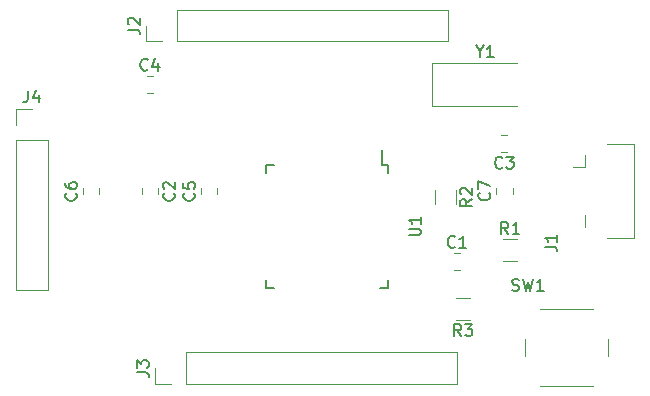
<source format=gbr>
G04 #@! TF.GenerationSoftware,KiCad,Pcbnew,5.0.2+dfsg1-1*
G04 #@! TF.CreationDate,2019-09-12T15:29:43-03:00*
G04 #@! TF.ProjectId,projeto1,70726f6a-6574-46f3-912e-6b696361645f,rev?*
G04 #@! TF.SameCoordinates,Original*
G04 #@! TF.FileFunction,Legend,Top*
G04 #@! TF.FilePolarity,Positive*
%FSLAX46Y46*%
G04 Gerber Fmt 4.6, Leading zero omitted, Abs format (unit mm)*
G04 Created by KiCad (PCBNEW 5.0.2+dfsg1-1) date qui 12 set 2019 15:29:43 -03*
%MOMM*%
%LPD*%
G01*
G04 APERTURE LIST*
%ADD10C,0.120000*%
%ADD11C,0.100000*%
%ADD12C,0.150000*%
G04 APERTURE END LIST*
D10*
G04 #@! TO.C,SW1*
X116000000Y-93500000D02*
X120500000Y-93500000D01*
X114750000Y-89500000D02*
X114750000Y-91000000D01*
X120500000Y-87000000D02*
X116000000Y-87000000D01*
X121750000Y-91000000D02*
X121750000Y-89500000D01*
G04 #@! TO.C,C2*
X83710000Y-76763748D02*
X83710000Y-77286252D01*
X82290000Y-76763748D02*
X82290000Y-77286252D01*
G04 #@! TO.C,C3*
X113261252Y-72290000D02*
X112738748Y-72290000D01*
X113261252Y-73710000D02*
X112738748Y-73710000D01*
G04 #@! TO.C,C4*
X82713748Y-67290000D02*
X83236252Y-67290000D01*
X82713748Y-68710000D02*
X83236252Y-68710000D01*
G04 #@! TO.C,C5*
X88710000Y-77286252D02*
X88710000Y-76763748D01*
X87290000Y-77286252D02*
X87290000Y-76763748D01*
G04 #@! TO.C,C6*
X77290000Y-77286252D02*
X77290000Y-76763748D01*
X78710000Y-77286252D02*
X78710000Y-76763748D01*
G04 #@! TO.C,C7*
X113710000Y-77261252D02*
X113710000Y-76738748D01*
X112290000Y-77261252D02*
X112290000Y-76738748D01*
G04 #@! TO.C,C1*
X108713748Y-82290000D02*
X109236252Y-82290000D01*
X108713748Y-83710000D02*
X109236252Y-83710000D01*
G04 #@! TO.C,J4*
X71670000Y-85410000D02*
X74330000Y-85410000D01*
X71670000Y-72650000D02*
X71670000Y-85410000D01*
X74330000Y-72650000D02*
X74330000Y-85410000D01*
X71670000Y-72650000D02*
X74330000Y-72650000D01*
X71670000Y-71380000D02*
X71670000Y-70050000D01*
X71670000Y-70050000D02*
X73000000Y-70050000D01*
G04 #@! TO.C,J3*
X83430000Y-93330000D02*
X83430000Y-92000000D01*
X84760000Y-93330000D02*
X83430000Y-93330000D01*
X86030000Y-93330000D02*
X86030000Y-90670000D01*
X86030000Y-90670000D02*
X108950000Y-90670000D01*
X86030000Y-93330000D02*
X108950000Y-93330000D01*
X108950000Y-93330000D02*
X108950000Y-90670000D01*
G04 #@! TO.C,J2*
X108190000Y-64330000D02*
X108190000Y-61670000D01*
X85270000Y-64330000D02*
X108190000Y-64330000D01*
X85270000Y-61670000D02*
X108190000Y-61670000D01*
X85270000Y-64330000D02*
X85270000Y-61670000D01*
X84000000Y-64330000D02*
X82670000Y-64330000D01*
X82670000Y-64330000D02*
X82670000Y-63000000D01*
D11*
G04 #@! TO.C,J1*
X119850000Y-74950000D02*
X119850000Y-73950000D01*
X118800000Y-74950000D02*
X119850000Y-74950000D01*
X119861461Y-79064476D02*
X119861461Y-80064476D01*
X121650000Y-80950000D02*
X123950000Y-80950000D01*
X123950000Y-80950000D02*
X123950000Y-73050000D01*
X123950000Y-73050000D02*
X121650000Y-73050000D01*
D10*
G04 #@! TO.C,Y1*
X114100000Y-66200000D02*
X106850000Y-66200000D01*
X106850000Y-66200000D02*
X106850000Y-69800000D01*
X106850000Y-69800000D02*
X114100000Y-69800000D01*
D12*
G04 #@! TO.C,U1*
X103175000Y-74825000D02*
X102600000Y-74825000D01*
X103175000Y-85175000D02*
X102500000Y-85175000D01*
X92825000Y-85175000D02*
X93500000Y-85175000D01*
X92825000Y-74825000D02*
X93500000Y-74825000D01*
X103175000Y-74825000D02*
X103175000Y-75500000D01*
X92825000Y-74825000D02*
X92825000Y-75500000D01*
X92825000Y-85175000D02*
X92825000Y-84500000D01*
X103175000Y-85175000D02*
X103175000Y-84500000D01*
X102600000Y-74825000D02*
X102600000Y-73550000D01*
D10*
G04 #@! TO.C,R3*
X110114564Y-87910000D02*
X108910436Y-87910000D01*
X110114564Y-86090000D02*
X108910436Y-86090000D01*
G04 #@! TO.C,R1*
X112885436Y-82910000D02*
X114089564Y-82910000D01*
X112885436Y-81090000D02*
X114089564Y-81090000D01*
G04 #@! TO.C,R2*
X108910000Y-76910436D02*
X108910000Y-78114564D01*
X107090000Y-76910436D02*
X107090000Y-78114564D01*
G04 #@! TO.C,SW1*
D12*
X113666666Y-85404761D02*
X113809523Y-85452380D01*
X114047619Y-85452380D01*
X114142857Y-85404761D01*
X114190476Y-85357142D01*
X114238095Y-85261904D01*
X114238095Y-85166666D01*
X114190476Y-85071428D01*
X114142857Y-85023809D01*
X114047619Y-84976190D01*
X113857142Y-84928571D01*
X113761904Y-84880952D01*
X113714285Y-84833333D01*
X113666666Y-84738095D01*
X113666666Y-84642857D01*
X113714285Y-84547619D01*
X113761904Y-84500000D01*
X113857142Y-84452380D01*
X114095238Y-84452380D01*
X114238095Y-84500000D01*
X114571428Y-84452380D02*
X114809523Y-85452380D01*
X115000000Y-84738095D01*
X115190476Y-85452380D01*
X115428571Y-84452380D01*
X116333333Y-85452380D02*
X115761904Y-85452380D01*
X116047619Y-85452380D02*
X116047619Y-84452380D01*
X115952380Y-84595238D01*
X115857142Y-84690476D01*
X115761904Y-84738095D01*
G04 #@! TO.C,C2*
X85007142Y-77191666D02*
X85054761Y-77239285D01*
X85102380Y-77382142D01*
X85102380Y-77477380D01*
X85054761Y-77620238D01*
X84959523Y-77715476D01*
X84864285Y-77763095D01*
X84673809Y-77810714D01*
X84530952Y-77810714D01*
X84340476Y-77763095D01*
X84245238Y-77715476D01*
X84150000Y-77620238D01*
X84102380Y-77477380D01*
X84102380Y-77382142D01*
X84150000Y-77239285D01*
X84197619Y-77191666D01*
X84197619Y-76810714D02*
X84150000Y-76763095D01*
X84102380Y-76667857D01*
X84102380Y-76429761D01*
X84150000Y-76334523D01*
X84197619Y-76286904D01*
X84292857Y-76239285D01*
X84388095Y-76239285D01*
X84530952Y-76286904D01*
X85102380Y-76858333D01*
X85102380Y-76239285D01*
G04 #@! TO.C,C3*
X112833333Y-75007142D02*
X112785714Y-75054761D01*
X112642857Y-75102380D01*
X112547619Y-75102380D01*
X112404761Y-75054761D01*
X112309523Y-74959523D01*
X112261904Y-74864285D01*
X112214285Y-74673809D01*
X112214285Y-74530952D01*
X112261904Y-74340476D01*
X112309523Y-74245238D01*
X112404761Y-74150000D01*
X112547619Y-74102380D01*
X112642857Y-74102380D01*
X112785714Y-74150000D01*
X112833333Y-74197619D01*
X113166666Y-74102380D02*
X113785714Y-74102380D01*
X113452380Y-74483333D01*
X113595238Y-74483333D01*
X113690476Y-74530952D01*
X113738095Y-74578571D01*
X113785714Y-74673809D01*
X113785714Y-74911904D01*
X113738095Y-75007142D01*
X113690476Y-75054761D01*
X113595238Y-75102380D01*
X113309523Y-75102380D01*
X113214285Y-75054761D01*
X113166666Y-75007142D01*
G04 #@! TO.C,C4*
X82808333Y-66707142D02*
X82760714Y-66754761D01*
X82617857Y-66802380D01*
X82522619Y-66802380D01*
X82379761Y-66754761D01*
X82284523Y-66659523D01*
X82236904Y-66564285D01*
X82189285Y-66373809D01*
X82189285Y-66230952D01*
X82236904Y-66040476D01*
X82284523Y-65945238D01*
X82379761Y-65850000D01*
X82522619Y-65802380D01*
X82617857Y-65802380D01*
X82760714Y-65850000D01*
X82808333Y-65897619D01*
X83665476Y-66135714D02*
X83665476Y-66802380D01*
X83427380Y-65754761D02*
X83189285Y-66469047D01*
X83808333Y-66469047D01*
G04 #@! TO.C,C5*
X86707142Y-77191666D02*
X86754761Y-77239285D01*
X86802380Y-77382142D01*
X86802380Y-77477380D01*
X86754761Y-77620238D01*
X86659523Y-77715476D01*
X86564285Y-77763095D01*
X86373809Y-77810714D01*
X86230952Y-77810714D01*
X86040476Y-77763095D01*
X85945238Y-77715476D01*
X85850000Y-77620238D01*
X85802380Y-77477380D01*
X85802380Y-77382142D01*
X85850000Y-77239285D01*
X85897619Y-77191666D01*
X85802380Y-76286904D02*
X85802380Y-76763095D01*
X86278571Y-76810714D01*
X86230952Y-76763095D01*
X86183333Y-76667857D01*
X86183333Y-76429761D01*
X86230952Y-76334523D01*
X86278571Y-76286904D01*
X86373809Y-76239285D01*
X86611904Y-76239285D01*
X86707142Y-76286904D01*
X86754761Y-76334523D01*
X86802380Y-76429761D01*
X86802380Y-76667857D01*
X86754761Y-76763095D01*
X86707142Y-76810714D01*
G04 #@! TO.C,C6*
X76707142Y-77191666D02*
X76754761Y-77239285D01*
X76802380Y-77382142D01*
X76802380Y-77477380D01*
X76754761Y-77620238D01*
X76659523Y-77715476D01*
X76564285Y-77763095D01*
X76373809Y-77810714D01*
X76230952Y-77810714D01*
X76040476Y-77763095D01*
X75945238Y-77715476D01*
X75850000Y-77620238D01*
X75802380Y-77477380D01*
X75802380Y-77382142D01*
X75850000Y-77239285D01*
X75897619Y-77191666D01*
X75802380Y-76334523D02*
X75802380Y-76525000D01*
X75850000Y-76620238D01*
X75897619Y-76667857D01*
X76040476Y-76763095D01*
X76230952Y-76810714D01*
X76611904Y-76810714D01*
X76707142Y-76763095D01*
X76754761Y-76715476D01*
X76802380Y-76620238D01*
X76802380Y-76429761D01*
X76754761Y-76334523D01*
X76707142Y-76286904D01*
X76611904Y-76239285D01*
X76373809Y-76239285D01*
X76278571Y-76286904D01*
X76230952Y-76334523D01*
X76183333Y-76429761D01*
X76183333Y-76620238D01*
X76230952Y-76715476D01*
X76278571Y-76763095D01*
X76373809Y-76810714D01*
G04 #@! TO.C,C7*
X111707142Y-77166666D02*
X111754761Y-77214285D01*
X111802380Y-77357142D01*
X111802380Y-77452380D01*
X111754761Y-77595238D01*
X111659523Y-77690476D01*
X111564285Y-77738095D01*
X111373809Y-77785714D01*
X111230952Y-77785714D01*
X111040476Y-77738095D01*
X110945238Y-77690476D01*
X110850000Y-77595238D01*
X110802380Y-77452380D01*
X110802380Y-77357142D01*
X110850000Y-77214285D01*
X110897619Y-77166666D01*
X110802380Y-76833333D02*
X110802380Y-76166666D01*
X111802380Y-76595238D01*
G04 #@! TO.C,C1*
X108808333Y-81707142D02*
X108760714Y-81754761D01*
X108617857Y-81802380D01*
X108522619Y-81802380D01*
X108379761Y-81754761D01*
X108284523Y-81659523D01*
X108236904Y-81564285D01*
X108189285Y-81373809D01*
X108189285Y-81230952D01*
X108236904Y-81040476D01*
X108284523Y-80945238D01*
X108379761Y-80850000D01*
X108522619Y-80802380D01*
X108617857Y-80802380D01*
X108760714Y-80850000D01*
X108808333Y-80897619D01*
X109760714Y-81802380D02*
X109189285Y-81802380D01*
X109475000Y-81802380D02*
X109475000Y-80802380D01*
X109379761Y-80945238D01*
X109284523Y-81040476D01*
X109189285Y-81088095D01*
G04 #@! TO.C,J4*
X72666666Y-68502380D02*
X72666666Y-69216666D01*
X72619047Y-69359523D01*
X72523809Y-69454761D01*
X72380952Y-69502380D01*
X72285714Y-69502380D01*
X73571428Y-68835714D02*
X73571428Y-69502380D01*
X73333333Y-68454761D02*
X73095238Y-69169047D01*
X73714285Y-69169047D01*
G04 #@! TO.C,J3*
X81882380Y-92333333D02*
X82596666Y-92333333D01*
X82739523Y-92380952D01*
X82834761Y-92476190D01*
X82882380Y-92619047D01*
X82882380Y-92714285D01*
X81882380Y-91952380D02*
X81882380Y-91333333D01*
X82263333Y-91666666D01*
X82263333Y-91523809D01*
X82310952Y-91428571D01*
X82358571Y-91380952D01*
X82453809Y-91333333D01*
X82691904Y-91333333D01*
X82787142Y-91380952D01*
X82834761Y-91428571D01*
X82882380Y-91523809D01*
X82882380Y-91809523D01*
X82834761Y-91904761D01*
X82787142Y-91952380D01*
G04 #@! TO.C,J2*
X81122380Y-63333333D02*
X81836666Y-63333333D01*
X81979523Y-63380952D01*
X82074761Y-63476190D01*
X82122380Y-63619047D01*
X82122380Y-63714285D01*
X81217619Y-62904761D02*
X81170000Y-62857142D01*
X81122380Y-62761904D01*
X81122380Y-62523809D01*
X81170000Y-62428571D01*
X81217619Y-62380952D01*
X81312857Y-62333333D01*
X81408095Y-62333333D01*
X81550952Y-62380952D01*
X82122380Y-62952380D01*
X82122380Y-62333333D01*
G04 #@! TO.C,J1*
X116452380Y-81723333D02*
X117166666Y-81723333D01*
X117309523Y-81770952D01*
X117404761Y-81866190D01*
X117452380Y-82009047D01*
X117452380Y-82104285D01*
X117452380Y-80723333D02*
X117452380Y-81294761D01*
X117452380Y-81009047D02*
X116452380Y-81009047D01*
X116595238Y-81104285D01*
X116690476Y-81199523D01*
X116738095Y-81294761D01*
G04 #@! TO.C,Y1*
X110923809Y-65176190D02*
X110923809Y-65652380D01*
X110590476Y-64652380D02*
X110923809Y-65176190D01*
X111257142Y-64652380D01*
X112114285Y-65652380D02*
X111542857Y-65652380D01*
X111828571Y-65652380D02*
X111828571Y-64652380D01*
X111733333Y-64795238D01*
X111638095Y-64890476D01*
X111542857Y-64938095D01*
G04 #@! TO.C,U1*
X104902380Y-80761904D02*
X105711904Y-80761904D01*
X105807142Y-80714285D01*
X105854761Y-80666666D01*
X105902380Y-80571428D01*
X105902380Y-80380952D01*
X105854761Y-80285714D01*
X105807142Y-80238095D01*
X105711904Y-80190476D01*
X104902380Y-80190476D01*
X105902380Y-79190476D02*
X105902380Y-79761904D01*
X105902380Y-79476190D02*
X104902380Y-79476190D01*
X105045238Y-79571428D01*
X105140476Y-79666666D01*
X105188095Y-79761904D01*
G04 #@! TO.C,R3*
X109345833Y-89272380D02*
X109012500Y-88796190D01*
X108774404Y-89272380D02*
X108774404Y-88272380D01*
X109155357Y-88272380D01*
X109250595Y-88320000D01*
X109298214Y-88367619D01*
X109345833Y-88462857D01*
X109345833Y-88605714D01*
X109298214Y-88700952D01*
X109250595Y-88748571D01*
X109155357Y-88796190D01*
X108774404Y-88796190D01*
X109679166Y-88272380D02*
X110298214Y-88272380D01*
X109964880Y-88653333D01*
X110107738Y-88653333D01*
X110202976Y-88700952D01*
X110250595Y-88748571D01*
X110298214Y-88843809D01*
X110298214Y-89081904D01*
X110250595Y-89177142D01*
X110202976Y-89224761D01*
X110107738Y-89272380D01*
X109822023Y-89272380D01*
X109726785Y-89224761D01*
X109679166Y-89177142D01*
G04 #@! TO.C,R1*
X113320833Y-80632380D02*
X112987500Y-80156190D01*
X112749404Y-80632380D02*
X112749404Y-79632380D01*
X113130357Y-79632380D01*
X113225595Y-79680000D01*
X113273214Y-79727619D01*
X113320833Y-79822857D01*
X113320833Y-79965714D01*
X113273214Y-80060952D01*
X113225595Y-80108571D01*
X113130357Y-80156190D01*
X112749404Y-80156190D01*
X114273214Y-80632380D02*
X113701785Y-80632380D01*
X113987500Y-80632380D02*
X113987500Y-79632380D01*
X113892261Y-79775238D01*
X113797023Y-79870476D01*
X113701785Y-79918095D01*
G04 #@! TO.C,R2*
X110272380Y-77679166D02*
X109796190Y-78012500D01*
X110272380Y-78250595D02*
X109272380Y-78250595D01*
X109272380Y-77869642D01*
X109320000Y-77774404D01*
X109367619Y-77726785D01*
X109462857Y-77679166D01*
X109605714Y-77679166D01*
X109700952Y-77726785D01*
X109748571Y-77774404D01*
X109796190Y-77869642D01*
X109796190Y-78250595D01*
X109367619Y-77298214D02*
X109320000Y-77250595D01*
X109272380Y-77155357D01*
X109272380Y-76917261D01*
X109320000Y-76822023D01*
X109367619Y-76774404D01*
X109462857Y-76726785D01*
X109558095Y-76726785D01*
X109700952Y-76774404D01*
X110272380Y-77345833D01*
X110272380Y-76726785D01*
G04 #@! TD*
M02*

</source>
